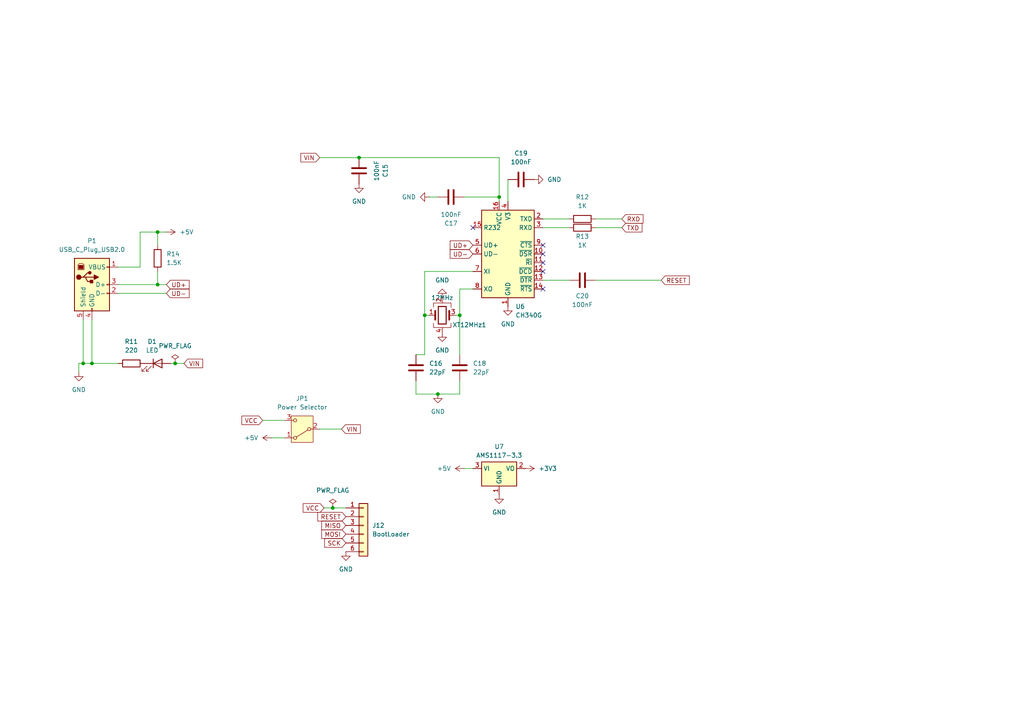
<source format=kicad_sch>
(kicad_sch (version 20231120) (generator "eeschema") (generator_version "8.0")
  (paper "A4")
  (title_block (title "FCU Mainboard schematics") (date "2024-03-05") (rev "1.0"))
  (lib_symbols
    (symbol "Connector:USB_B" (pin_names (offset 1.016))
      (property "Reference" "J" (at -5.08 11.43 0))
      (property "Value" "USB_B" (at -5.08 8.89 0))
      (symbol "USB_B_0_1"
        (rectangle (start -5.08 -7.62) (end 5.08 7.62) (stroke (width 0.254)) (fill (type background)))
        (circle (center -3.81 2.159) (radius 0.635) (stroke (width 0.254)) (fill (type outline)))
        (rectangle (start -3.81 5.588) (end -2.54 4.572) (fill (type outline)))
        (circle (center -0.635 3.429) (radius 0.381) (stroke (width 0.254)) (fill (type outline)))
        (rectangle (start -0.127 -7.62) (end 0.127 -6.858))
        (polyline (pts (xy -1.905 2.159) (xy 0.635 2.159)) (stroke (width 0.254)))
        (polyline (pts (xy -3.175 2.159) (xy -2.54 2.159) (xy -1.27 3.429) (xy -0.635 3.429)) (stroke (width 0.254)))
        (polyline (pts (xy -2.54 2.159) (xy -1.905 2.159) (xy -1.27 0.889) (xy 0 0.889)) (stroke (width 0.254)))
        (polyline (pts (xy 0.635 2.794) (xy 0.635 1.524) (xy 1.905 2.159) (xy 0.635 2.794)) (stroke (width 0.254)) (fill (type outline)))
        (polyline (pts (xy -4.064 4.318) (xy -2.286 4.318) (xy -2.286 5.715) (xy -2.667 6.096) (xy -3.683 6.096) (xy -4.064 5.715) (xy -4.064 4.318)))
        (rectangle (start 0.254 1.27) (end -0.508 0.508) (stroke (width 0.254)) (fill (type outline)))
        (rectangle (start 5.08 -2.667) (end 4.318 -2.413))
        (rectangle (start 5.08 -0.127) (end 4.318 0.127))
        (rectangle (start 5.08 4.953) (end 4.318 5.207))
      )
      (symbol "USB_B_1_1"
        (pin power_out line (at 7.62 5.08 180) (length 2.54) (name "VBUS") (number "1"))
        (pin bidirectional line (at 7.62 -2.54 180) (length 2.54) (name "D-") (number "2"))
        (pin bidirectional line (at 7.62 0 180) (length 2.54) (name "D+") (number "3"))
        (pin power_out line (at 0 -10.16 90) (length 2.54) (name "GND") (number "4"))
        (pin passive line (at -2.54 -10.16 90) (length 2.54) (name "Shield") (number "5"))
      )
    )
    (symbol "Connector_Generic:Conn_01x06" (pin_names (offset 1.016) hide)
      (property "Reference" "J" (at 0 7.62 0))
      (property "Value" "Conn_01x06" (at 0 -10.16 0))
      (symbol "Conn_01x06_1_1"
        (rectangle (start -1.27 -7.493) (end 0 -7.747) (stroke (width 0.1524)))
        (rectangle (start -1.27 -4.953) (end 0 -5.207) (stroke (width 0.1524)))
        (rectangle (start -1.27 -2.413) (end 0 -2.667) (stroke (width 0.1524)))
        (rectangle (start -1.27 0.127) (end 0 -0.127) (stroke (width 0.1524)))
        (rectangle (start -1.27 2.667) (end 0 2.413) (stroke (width 0.1524)))
        (rectangle (start -1.27 5.207) (end 0 4.953) (stroke (width 0.1524)))
        (rectangle (start -1.27 6.35) (end 1.27 -8.89) (stroke (width 0.254)) (fill (type background)))
        (pin passive line (at -5.08 5.08 0) (length 3.81) (name "Pin_1") (number "1"))
        (pin passive line (at -5.08 2.54 0) (length 3.81) (name "Pin_2") (number "2"))
        (pin passive line (at -5.08 0 0) (length 3.81) (name "Pin_3") (number "3"))
        (pin passive line (at -5.08 -2.54 0) (length 3.81) (name "Pin_4") (number "4"))
        (pin passive line (at -5.08 -5.08 0) (length 3.81) (name "Pin_5") (number "5"))
        (pin passive line (at -5.08 -7.62 0) (length 3.81) (name "Pin_6") (number "6"))
      )
    )
    (symbol "Device:C" (pin_numbers hide) (pin_names (offset 0.254))
      (property "Reference" "C" (at 0.635 2.54 0))
      (property "Value" "C" (at 0.635 -2.54 0))
      (symbol "C_0_1"
        (polyline (pts (xy -2.032 -0.762) (xy 2.032 -0.762)) (stroke (width 0.508)))
        (polyline (pts (xy -2.032 0.762) (xy 2.032 0.762)) (stroke (width 0.508)))
      )
      (symbol "C_1_1"
        (pin passive line (at 0 3.81 270) (length 2.794) (name "~") (number "1"))
        (pin passive line (at 0 -3.81 90) (length 2.794) (name "~") (number "2"))
      )
    )
    (symbol "Device:Crystal_GND24" (pin_names (offset 1.016) hide)
      (property "Reference" "Y" (at 3.175 5.08 0))
      (property "Value" "Crystal_GND24" (at 3.175 3.175 0))
      (symbol "Crystal_GND24_0_1"
        (rectangle (start -1.143 2.54) (end 1.143 -2.54) (stroke (width 0.3048)))
        (polyline (pts (xy -2.54 0) (xy -2.032 0)))
        (polyline (pts (xy -2.032 -1.27) (xy -2.032 1.27)) (stroke (width 0.508)))
        (polyline (pts (xy 0 -3.81) (xy 0 -3.556)))
        (polyline (pts (xy 0 3.556) (xy 0 3.81)))
        (polyline (pts (xy 2.032 -1.27) (xy 2.032 1.27)) (stroke (width 0.508)))
        (polyline (pts (xy 2.032 0) (xy 2.54 0)))
        (polyline (pts (xy -2.54 -2.286) (xy -2.54 -3.556) (xy 2.54 -3.556) (xy 2.54 -2.286)))
        (polyline (pts (xy -2.54 2.286) (xy -2.54 3.556) (xy 2.54 3.556) (xy 2.54 2.286)))
      )
      (symbol "Crystal_GND24_1_1"
        (pin passive line (at -3.81 0 0) (length 1.27) (name "1") (number "1"))
        (pin passive line (at 0 5.08 270) (length 1.27) (name "2") (number "2"))
        (pin passive line (at 3.81 0 180) (length 1.27) (name "3") (number "3"))
        (pin passive line (at 0 -5.08 90) (length 1.27) (name "4") (number "4"))
      )
    )
    (symbol "Device:LED" (pin_numbers hide) (pin_names (offset 1.016) hide)
      (property "Reference" "D" (at 0 2.54 0))
      (property "Value" "LED" (at 0 -2.54 0))
      (symbol "LED_0_1"
        (polyline (pts (xy -1.27 -1.27) (xy -1.27 1.27)) (stroke (width 0.254)))
        (polyline (pts (xy -1.27 0) (xy 1.27 0)))
        (polyline (pts (xy 1.27 -1.27) (xy 1.27 1.27) (xy -1.27 0) (xy 1.27 -1.27)) (stroke (width 0.254)))
        (polyline (pts (xy -3.048 -0.762) (xy -4.572 -2.286) (xy -3.81 -2.286) (xy -4.572 -2.286) (xy -4.572 -1.524)))
        (polyline (pts (xy -1.778 -0.762) (xy -3.302 -2.286) (xy -2.54 -2.286) (xy -3.302 -2.286) (xy -3.302 -1.524)))
      )
      (symbol "LED_1_1"
        (pin passive line (at -3.81 0 0) (length 2.54) (name "K") (number "1"))
        (pin passive line (at 3.81 0 180) (length 2.54) (name "A") (number "2"))
      )
    )
    (symbol "Device:R" (pin_numbers hide) (pin_names (offset 0))
      (property "Reference" "R" (at 2.032 0 90))
      (property "Value" "R" (at 0 0 90))
      (symbol "R_0_1"
        (rectangle (start -1.016 -2.54) (end 1.016 2.54) (stroke (width 0.254)))
      )
      (symbol "R_1_1"
        (pin passive line (at 0 3.81 270) (length 1.27) (name "~") (number "1"))
        (pin passive line (at 0 -3.81 90) (length 1.27) (name "~") (number "2"))
      )
    )
    (symbol "Interface_USB:CH340G"
      (property "Reference" "U" (at -5.08 13.97 0))
      (property "Value" "CH340G" (at 1.27 13.97 0))
      (symbol "CH340G_0_1"
        (rectangle (start -7.62 12.7) (end 7.62 -12.7) (stroke (width 0.254)) (fill (type background)))
      )
      (symbol "CH340G_1_1"
        (pin power_in line (at 0 -15.24 90) (length 2.54) (name "GND") (number "1"))
        (pin input line (at 10.16 0 180) (length 2.54) (name "~{DSR}") (number "10"))
        (pin input line (at 10.16 -2.54 180) (length 2.54) (name "~{RI}") (number "11"))
        (pin input line (at 10.16 -5.08 180) (length 2.54) (name "~{DCD}") (number "12"))
        (pin output line (at 10.16 -7.62 180) (length 2.54) (name "~{DTR}") (number "13"))
        (pin output line (at 10.16 -10.16 180) (length 2.54) (name "~{RTS}") (number "14"))
        (pin input line (at -10.16 7.62 0) (length 2.54) (name "R232") (number "15"))
        (pin power_in line (at -2.54 15.24 270) (length 2.54) (name "VCC") (number "16"))
        (pin output line (at 10.16 10.16 180) (length 2.54) (name "TXD") (number "2"))
        (pin input line (at 10.16 7.62 180) (length 2.54) (name "RXD") (number "3"))
        (pin power_out line (at 0 15.24 270) (length 2.54) (name "V3") (number "4"))
        (pin bidirectional line (at -10.16 2.54 0) (length 2.54) (name "UD+") (number "5"))
        (pin bidirectional line (at -10.16 0 0) (length 2.54) (name "UD-") (number "6"))
        (pin input line (at -10.16 -5.08 0) (length 2.54) (name "XI") (number "7"))
        (pin output line (at -10.16 -10.16 0) (length 2.54) (name "XO") (number "8"))
        (pin input line (at 10.16 2.54 180) (length 2.54) (name "~{CTS}") (number "9"))
      )
    )
    (symbol "Regulator_Linear:AMS1117-3.3"
      (property "Reference" "U" (at -3.81 3.175 0))
      (property "Value" "AMS1117-3.3" (at 0 3.175 0))
      (symbol "AMS1117-3.3_0_1"
        (rectangle (start -5.08 -5.08) (end 5.08 1.905) (stroke (width 0.254)) (fill (type background)))
      )
      (symbol "AMS1117-3.3_1_1"
        (pin power_in line (at 0 -7.62 90) (length 2.54) (name "GND") (number "1"))
        (pin power_out line (at 7.62 0 180) (length 2.54) (name "VO") (number "2"))
        (pin power_in line (at -7.62 0 0) (length 2.54) (name "VI") (number "3"))
      )
    )
    (symbol "Switch:SW_SPDT" (pin_names (offset 0) hide)
      (property "Reference" "SW" (at 0 5.08 0))
      (property "Value" "SW_SPDT" (at 0 -5.08 0))
      (symbol "SW_SPDT_0_1"
        (circle (center -2.032 0) (radius 0.4572))
        (polyline (pts (xy -1.651 0.254) (xy 1.651 2.286)))
        (circle (center 2.032 -2.54) (radius 0.4572))
        (circle (center 2.032 2.54) (radius 0.4572))
      )
      (symbol "SW_SPDT_1_1"
        (rectangle (start -3.175 3.81) (end 3.175 -3.81) (fill (type background)))
        (pin passive line (at 5.08 2.54 180) (length 2.54) (name "A") (number "1"))
        (pin passive line (at -5.08 0 0) (length 2.54) (name "B") (number "2"))
        (pin passive line (at 5.08 -2.54 180) (length 2.54) (name "C") (number "3"))
      )
    )
    (symbol "power:+3V3" (power) (pin_numbers hide) (pin_names (offset 0) hide)
      (property "Value" "+3V3" (at 0 3.556 0))
      (symbol "+3V3_0_1"
        (polyline (pts (xy -0.762 1.27) (xy 0 2.54)))
        (polyline (pts (xy 0 0) (xy 0 2.54)))
        (polyline (pts (xy 0 2.54) (xy 0.762 1.27)))
      )
      (symbol "+3V3_1_1"
        (pin power_in line (at 0 0 90) (length 0) (name "~") (number "1"))
      )
    )
    (symbol "power:+5V" (power) (pin_numbers hide) (pin_names (offset 0) hide)
      (property "Value" "+5V" (at 0 3.556 0))
      (symbol "+5V_0_1"
        (polyline (pts (xy -0.762 1.27) (xy 0 2.54)))
        (polyline (pts (xy 0 0) (xy 0 2.54)))
        (polyline (pts (xy 0 2.54) (xy 0.762 1.27)))
      )
      (symbol "+5V_1_1"
        (pin power_in line (at 0 0 90) (length 0) (name "~") (number "1"))
      )
    )
    (symbol "power:GND" (power) (pin_numbers hide) (pin_names (offset 0) hide)
      (property "Value" "GND" (at 0 -3.81 0))
      (symbol "GND_0_1"
        (polyline (pts (xy 0 0) (xy 0 -1.27) (xy 1.27 -1.27) (xy 0 -2.54) (xy -1.27 -1.27) (xy 0 -1.27)))
      )
      (symbol "GND_1_1"
        (pin power_in line (at 0 0 270) (length 0) (name "~") (number "1"))
      )
    )
    (symbol "power:PWR_FLAG" (power) (pin_numbers hide) (pin_names (offset 0) hide)
      (property "Value" "PWR_FLAG" (at 0 3.81 0))
      (symbol "PWR_FLAG_0_0"
        (pin power_out line (at 0 0 90) (length 0) (name "~") (number "1"))
      )
      (symbol "PWR_FLAG_0_1"
        (polyline (pts (xy 0 0) (xy 0 1.27) (xy -1.016 1.905) (xy 0 2.54) (xy 1.016 1.905) (xy 0 1.27)))
      )
    )
  )
  (junction (at 123.19 91.44))
  (junction (at 104.14 45.72))
  (junction (at 26.67 105.41))
  (junction (at 133.35 91.44))
  (junction (at 50.8 105.41))
  (junction (at 45.72 82.55))
  (junction (at 127 114.3))
  (junction (at 96.52 147.32))
  (junction (at 24.13 105.41))
  (junction (at 144.78 57.15))
  (junction (at 45.72 67.31))
  (no_connect (at 137.16 66.04))
  (no_connect (at 157.48 71.12))
  (no_connect (at 157.48 76.2))
  (no_connect (at 157.48 83.82))
  (no_connect (at 157.48 78.74))
  (no_connect (at 157.48 73.66))
  (wire (pts (xy 127 57.15) (xy 124.46 57.15)))
  (wire (pts (xy 96.52 147.32) (xy 100.33 147.32)))
  (wire (pts (xy 123.19 78.74) (xy 123.19 91.44)))
  (wire (pts (xy 157.48 63.5) (xy 165.1 63.5)))
  (wire (pts (xy 45.72 78.74) (xy 45.72 82.55)))
  (wire (pts (xy 133.35 83.82) (xy 133.35 91.44)))
  (wire (pts (xy 26.67 105.41) (xy 34.29 105.41)))
  (wire (pts (xy 132.08 91.44) (xy 133.35 91.44)))
  (wire (pts (xy 76.2 121.92) (xy 82.55 121.92)))
  (wire (pts (xy 24.13 105.41) (xy 26.67 105.41)))
  (wire (pts (xy 26.67 92.71) (xy 26.67 105.41)))
  (wire (pts (xy 45.72 67.31) (xy 48.26 67.31)))
  (wire (pts (xy 34.29 77.47) (xy 40.64 77.47)))
  (wire (pts (xy 147.32 52.07) (xy 147.32 58.42)))
  (wire (pts (xy 22.86 107.95) (xy 22.86 105.41)))
  (wire (pts (xy 120.65 114.3) (xy 120.65 110.49)))
  (wire (pts (xy 124.46 91.44) (xy 123.19 91.44)))
  (wire (pts (xy 134.62 57.15) (xy 144.78 57.15)))
  (wire (pts (xy 120.65 114.3) (xy 127 114.3)))
  (wire (pts (xy 104.14 45.72) (xy 144.78 45.72)))
  (wire (pts (xy 191.77 81.28) (xy 172.72 81.28)))
  (wire (pts (xy 45.72 82.55) (xy 34.29 82.55)))
  (wire (pts (xy 48.26 85.09) (xy 34.29 85.09)))
  (wire (pts (xy 24.13 105.41) (xy 22.86 105.41)))
  (wire (pts (xy 172.72 66.04) (xy 180.34 66.04)))
  (wire (pts (xy 40.64 67.31) (xy 45.72 67.31)))
  (wire (pts (xy 99.06 124.46) (xy 92.71 124.46)))
  (wire (pts (xy 50.8 105.41) (xy 49.53 105.41)))
  (wire (pts (xy 53.34 105.41) (xy 50.8 105.41)))
  (wire (pts (xy 24.13 105.41) (xy 24.13 92.71)))
  (wire (pts (xy 40.64 77.47) (xy 40.64 67.31)))
  (wire (pts (xy 133.35 91.44) (xy 133.35 102.87)))
  (wire (pts (xy 165.1 81.28) (xy 157.48 81.28)))
  (wire (pts (xy 144.78 57.15) (xy 144.78 58.42)))
  (wire (pts (xy 92.71 45.72) (xy 104.14 45.72)))
  (wire (pts (xy 48.26 82.55) (xy 45.72 82.55)))
  (wire (pts (xy 45.72 71.12) (xy 45.72 67.31)))
  (wire (pts (xy 137.16 78.74) (xy 123.19 78.74)))
  (wire (pts (xy 157.48 66.04) (xy 165.1 66.04)))
  (wire (pts (xy 172.72 63.5) (xy 180.34 63.5)))
  (wire (pts (xy 133.35 83.82) (xy 137.16 83.82)))
  (wire (pts (xy 78.74 127) (xy 82.55 127)))
  (wire (pts (xy 144.78 57.15) (xy 144.78 45.72)))
  (wire (pts (xy 123.19 91.44) (xy 123.19 102.87)))
  (wire (pts (xy 133.35 114.3) (xy 133.35 110.49)))
  (wire (pts (xy 134.62 135.89) (xy 137.16 135.89)))
  (wire (pts (xy 127 114.3) (xy 133.35 114.3)))
  (wire (pts (xy 93.98 147.32) (xy 96.52 147.32)))
  (wire (pts (xy 123.19 102.87) (xy 120.65 102.87)))
  (global_label "UD-" (shape input) (at 137.16 73.66 180) (property "Intersheetrefs" "${INTERSHEET_REFS}" (effects (hide yes))))
  (global_label "VIN" (shape input) (at 92.71 45.72 180) (property "Intersheetrefs" "${INTERSHEET_REFS}" (effects (hide yes))))
  (global_label "UD-" (shape input) (at 48.26 85.09 0) (property "Intersheetrefs" "${INTERSHEET_REFS}" (effects (hide yes))))
  (global_label "MISO" (shape input) (at 100.33 152.4 180) (property "Intersheetrefs" "${INTERSHEET_REFS}" (effects (hide yes))))
  (global_label "VCC" (shape input) (at 76.2 121.92 180) (property "Intersheetrefs" "${INTERSHEET_REFS}" (effects (hide yes))))
  (global_label "TXD" (shape input) (at 180.34 66.04 0) (property "Intersheetrefs" "${INTERSHEET_REFS}" (effects (hide yes))))
  (global_label "VCC" (shape input) (at 93.98 147.32 180) (property "Intersheetrefs" "${INTERSHEET_REFS}" (effects (hide yes))))
  (global_label "UD+" (shape input) (at 137.16 71.12 180) (property "Intersheetrefs" "${INTERSHEET_REFS}" (effects (hide yes))))
  (global_label "VIN" (shape input) (at 53.34 105.41 0) (property "Intersheetrefs" "${INTERSHEET_REFS}" (effects (hide yes))))
  (global_label "VIN" (shape input) (at 99.06 124.46 0) (property "Intersheetrefs" "${INTERSHEET_REFS}" (effects (hide yes))))
  (global_label "RESET" (shape input) (at 100.33 149.86 180) (property "Intersheetrefs" "${INTERSHEET_REFS}" (effects (hide yes))))
  (global_label "RXD" (shape input) (at 180.34 63.5 0) (property "Intersheetrefs" "${INTERSHEET_REFS}" (effects (hide yes))))
  (global_label "UD+" (shape input) (at 48.26 82.55 0) (property "Intersheetrefs" "${INTERSHEET_REFS}" (effects (hide yes))))
  (global_label "RESET" (shape input) (at 191.77 81.28 0) (property "Intersheetrefs" "${INTERSHEET_REFS}" (effects (hide yes))))
  (global_label "MOSI" (shape input) (at 100.33 154.94 180) (property "Intersheetrefs" "${INTERSHEET_REFS}" (effects (hide yes))))
  (global_label "SCK" (shape input) (at 100.33 157.48 180) (property "Intersheetrefs" "${INTERSHEET_REFS}" (effects (hide yes))))
  (symbol (lib_id "Device:C") (at 130.81 57.15 270) (unit 1)
    (property "Reference" "C17" (at 130.81 64.77 90))
    (property "Value" "100nF" (at 130.81 62.23 90))
    (property "Footprint" "Capacitor_SMD:C_1206_3216Metric_Pad1.33x1.80mm_HandSolder" (effects (hide yes)))
    (property "Description" "Unpolarized capacitor" (effects (hide yes)))
  )
  (symbol (lib_id "Device:LED") (at 45.72 105.41 0) (unit 1)
    (property "Reference" "D1" (at 44.1325 99.06 0))
    (property "Value" "LED" (at 44.1325 101.6 0))
    (property "Footprint" "LED_SMD:LED_1206_3216Metric_Pad1.42x1.75mm_HandSolder" (effects (hide yes)))
    (property "Description" "Light emitting diode" (effects (hide yes)))
  )
  (symbol (lib_id "Interface_USB:CH340G") (at 147.32 73.66 0) (unit 1)
    (property "Reference" "U6" (at 149.5141 88.9 0) (effects (justify left)))
    (property "Value" "CH340G" (at 149.5141 91.44 0) (effects (justify left)))
    (property "Footprint" "Package_SO:SOIC-16_3.9x9.9mm_P1.27mm" (effects (hide yes)))
    (property "Datasheet" "http://www.datasheet5.com/pdf-local-2195953" (effects (hide yes)))
    (property "Description" "USB serial converter, UART, SOIC-16" (effects (hide yes)))
  )
  (symbol (lib_id "power:GND") (at 128.27 96.52 0) (unit 1)
    (property "Reference" "#PWR058" (effects (hide yes)))
    (property "Value" "GND" (at 128.27 101.6 0))
    (property "Description" "Power symbol creates a global label with name \"GND\" , ground" (effects (hide yes)))
  )
  (symbol (lib_id "power:GND") (at 100.33 160.02 0) (unit 1)
    (property "Reference" "#PWR060" (effects (hide yes)))
    (property "Value" "GND" (at 100.33 165.1 0))
    (property "Description" "Power symbol creates a global label with name \"GND\" , ground" (effects (hide yes)))
  )
  (symbol (lib_id "power:+5V") (at 134.62 135.89 90) (unit 1)
    (property "Reference" "#PWR068" (effects (hide yes)))
    (property "Value" "+5V" (at 130.81 135.8899 90) (effects (justify left)))
    (property "Description" "Power symbol creates a global label with name \"+5V\"" (effects (hide yes)))
  )
  (symbol (lib_id "power:+3V3") (at 152.4 135.89 270) (unit 1)
    (property "Reference" "#PWR065" (effects (hide yes)))
    (property "Value" "+3V3" (at 156.21 135.8899 90) (effects (justify left)))
    (property "Description" "Power symbol creates a global label with name \"+3V3\"" (effects (hide yes)))
  )
  (symbol (lib_id "power:+5V") (at 48.26 67.31 270) (unit 1)
    (property "Reference" "#PWR066" (effects (hide yes)))
    (property "Value" "+5V" (at 52.07 67.3099 90) (effects (justify left)))
    (property "Description" "Power symbol creates a global label with name \"+5V\"" (effects (hide yes)))
  )
  (symbol (lib_id "Device:C") (at 151.13 52.07 90) (unit 1)
    (property "Reference" "C19" (at 151.13 44.45 90))
    (property "Value" "100nF" (at 151.13 46.99 90))
    (property "Footprint" "Capacitor_SMD:C_1206_3216Metric_Pad1.33x1.80mm_HandSolder" (effects (hide yes)))
    (property "Description" "Unpolarized capacitor" (effects (hide yes)))
  )
  (symbol (lib_id "Connector:USB_B") (at 26.67 82.55 0) (unit 1)
    (property "Reference" "P1" (at 26.67 69.85 0))
    (property "Value" "USB_C_Plug_USB2.0" (at 26.67 72.39 0))
    (property "Footprint" "Connector_USB:USB_B_OST_USB-B1HSxx_Horizontal" (effects (hide yes)))
    (property "Description" "USB Type B connector" (effects (hide yes)))
  )
  (symbol (lib_id "Device:R") (at 38.1 105.41 90) (unit 1)
    (property "Reference" "R11" (at 38.1 99.06 90))
    (property "Value" "220" (at 38.1 101.6 90))
    (property "Footprint" "Resistor_SMD:R_1206_3216Metric_Pad1.30x1.75mm_HandSolder" (effects (hide yes)))
    (property "Description" "Resistor" (effects (hide yes)))
  )
  (symbol (lib_id "power:GND") (at 104.14 53.34 0) (unit 1)
    (property "Reference" "#PWR062" (effects (hide yes)))
    (property "Value" "GND" (at 104.14 58.42 0))
    (property "Description" "Power symbol creates a global label with name \"GND\" , ground" (effects (hide yes)))
  )
  (symbol (lib_id "Device:C") (at 104.14 49.53 0) (unit 1)
    (property "Reference" "C15" (at 111.76 49.53 90))
    (property "Value" "100nF" (at 109.22 49.53 90))
    (property "Footprint" "Capacitor_SMD:C_1206_3216Metric_Pad1.33x1.80mm_HandSolder" (effects (hide yes)))
    (property "Description" "Unpolarized capacitor" (effects (hide yes)))
  )
  (symbol (lib_id "power:GND") (at 127 114.3 0) (unit 1)
    (property "Reference" "#PWR057" (effects (hide yes)))
    (property "Value" "GND" (at 127 119.38 0))
    (property "Description" "Power symbol creates a global label with name \"GND\" , ground" (effects (hide yes)))
  )
  (symbol (lib_id "power:GND") (at 22.86 107.95 0) (unit 1)
    (property "Reference" "#PWR061" (effects (hide yes)))
    (property "Value" "GND" (at 22.86 113.03 0))
    (property "Description" "Power symbol creates a global label with name \"GND\" , ground" (effects (hide yes)))
  )
  (symbol (lib_id "power:GND") (at 124.46 57.15 270) (unit 1)
    (property "Reference" "#PWR064" (effects (hide yes)))
    (property "Value" "GND" (at 120.65 57.1499 90) (effects (justify right)))
    (property "Description" "Power symbol creates a global label with name \"GND\" , ground" (effects (hide yes)))
  )
  (symbol (lib_id "power:GND") (at 147.32 88.9 0) (unit 1)
    (property "Reference" "#PWR056" (effects (hide yes)))
    (property "Value" "GND" (at 147.32 93.98 0))
    (property "Description" "Power symbol creates a global label with name \"GND\" , ground" (effects (hide yes)))
  )
  (symbol (lib_id "Connector_Generic:Conn_01x06") (at 105.41 152.4 0) (unit 1)
    (property "Reference" "J12" (at 107.95 152.3999 0) (effects (justify left)))
    (property "Value" "BootLoader" (at 107.95 154.9399 0) (effects (justify left)))
    (property "Footprint" "Connector_PinHeader_2.54mm:PinHeader_1x06_P2.54mm_Vertical" (effects (hide yes)))
    (property "Description" "Generic connector, single row, 01x06, script generated (kicad-library-utils/schlib/autogen/connector/)" (effects (hide yes)))
  )
  (symbol (lib_id "Device:R") (at 45.72 74.93 0) (unit 1)
    (property "Reference" "R14" (at 48.26 73.6599 0) (effects (justify left)))
    (property "Value" "1.5K" (at 48.26 76.1999 0) (effects (justify left)))
    (property "Footprint" "Resistor_SMD:R_1206_3216Metric_Pad1.30x1.75mm_HandSolder" (effects (hide yes)))
    (property "Description" "Resistor" (effects (hide yes)))
  )
  (symbol (lib_id "Device:C") (at 133.35 106.68 180) (unit 1)
    (property "Reference" "C18" (at 137.16 105.4099 0) (effects (justify right)))
    (property "Value" "22pF" (at 137.16 107.9499 0) (effects (justify right)))
    (property "Footprint" "Capacitor_SMD:C_1206_3216Metric_Pad1.33x1.80mm_HandSolder" (effects (hide yes)))
    (property "Description" "Unpolarized capacitor" (effects (hide yes)))
  )
  (symbol (lib_id "power:+5V") (at 78.74 127 90) (unit 1)
    (property "Reference" "#PWR067" (effects (hide yes)))
    (property "Value" "+5V" (at 74.93 126.9999 90) (effects (justify left)))
    (property "Description" "Power symbol creates a global label with name \"+5V\"" (effects (hide yes)))
  )
  (symbol (lib_id "Device:R") (at 168.91 66.04 270) (unit 1)
    (property "Reference" "R13" (at 168.91 68.58 90))
    (property "Value" "1K" (at 168.91 71.12 90))
    (property "Footprint" "Resistor_SMD:R_1206_3216Metric_Pad1.30x1.75mm_HandSolder" (effects (hide yes)))
    (property "Description" "Resistor" (effects (hide yes)))
  )
  (symbol (lib_id "Device:Crystal_GND24") (at 128.27 91.44 0) (unit 1)
    (property "Reference" "XT12MHz1" (at 136.144 94.234 0))
    (property "Value" "12MHz" (at 128.27 86.36 0))
    (property "Footprint" "Crystal:Crystal_SMD_EuroQuartz_MJ-4Pin_5.0x3.2mm_HandSoldering" (effects (hide yes)))
    (property "Description" "Four pin crystal, GND on pins 2 and 4" (effects (hide yes)))
  )
  (symbol (lib_id "power:GND") (at 144.78 143.51 0) (unit 1)
    (property "Reference" "#PWR050" (effects (hide yes)))
    (property "Value" "GND" (at 144.78 148.59 0))
    (property "Description" "Power symbol creates a global label with name \"GND\" , ground" (effects (hide yes)))
  )
  (symbol (lib_id "Device:R") (at 168.91 63.5 270) (unit 1)
    (property "Reference" "R12" (at 168.91 57.15 90))
    (property "Value" "1K" (at 168.91 59.69 90))
    (property "Footprint" "Resistor_SMD:R_1206_3216Metric_Pad1.30x1.75mm_HandSolder" (effects (hide yes)))
    (property "Description" "Resistor" (effects (hide yes)))
  )
  (symbol (lib_id "Regulator_Linear:AMS1117-3.3") (at 144.78 135.89 0) (unit 1)
    (property "Reference" "U7" (at 144.78 129.54 0))
    (property "Value" "AMS1117-3.3" (at 144.78 132.08 0))
    (property "Footprint" "Package_TO_SOT_SMD:SOT-223-3_TabPin2" (effects (hide yes)))
    (property "Datasheet" "http://www.advanced-monolithic.com/pdf/ds1117.pdf" (effects (hide yes)))
    (property "Description" "1A Low Dropout regulator, positive, 3.3V fixed output, SOT-223" (effects (hide yes)))
  )
  (symbol (lib_id "power:PWR_FLAG") (at 96.52 147.32 0) (unit 1)
    (property "Reference" "#FLG04" (effects (hide yes)))
    (property "Value" "PWR_FLAG" (at 96.52 142.24 0))
    (property "Description" "Special symbol for telling ERC where power comes from" (effects (hide yes)))
  )
  (symbol (lib_id "power:GND") (at 128.27 86.36 180) (unit 1)
    (property "Reference" "#PWR059" (effects (hide yes)))
    (property "Value" "GND" (at 128.27 81.28 0))
    (property "Description" "Power symbol creates a global label with name \"GND\" , ground" (effects (hide yes)))
  )
  (symbol (lib_id "Device:C") (at 168.91 81.28 90) (unit 1)
    (property "Reference" "C20" (at 168.91 85.852 90))
    (property "Value" "100nF" (at 168.91 88.392 90))
    (property "Footprint" "Capacitor_SMD:C_1206_3216Metric_Pad1.33x1.80mm_HandSolder" (effects (hide yes)))
    (property "Description" "Unpolarized capacitor" (effects (hide yes)))
  )
  (symbol (lib_id "Device:C") (at 120.65 106.68 180) (unit 1)
    (property "Reference" "C16" (at 124.46 105.4099 0) (effects (justify right)))
    (property "Value" "22pF" (at 124.46 107.9499 0) (effects (justify right)))
    (property "Footprint" "Capacitor_SMD:C_1206_3216Metric_Pad1.33x1.80mm_HandSolder" (effects (hide yes)))
    (property "Description" "Unpolarized capacitor" (effects (hide yes)))
  )
  (symbol (lib_id "power:GND") (at 154.94 52.07 90) (unit 1)
    (property "Reference" "#PWR063" (effects (hide yes)))
    (property "Value" "GND" (at 158.75 52.0699 90) (effects (justify right)))
    (property "Description" "Power symbol creates a global label with name \"GND\" , ground" (effects (hide yes)))
  )
  (symbol (lib_id "power:PWR_FLAG") (at 50.8 105.41 0) (unit 1)
    (property "Reference" "#FLG03" (effects (hide yes)))
    (property "Value" "PWR_FLAG" (at 50.8 100.33 0))
    (property "Description" "Special symbol for telling ERC where power comes from" (effects (hide yes)))
  )
  (symbol (lib_id "Switch:SW_SPDT") (at 87.63 124.46 180) (unit 1)
    (property "Reference" "JP1" (at 87.63 115.57 0))
    (property "Value" "Power Selector" (at 87.63 118.11 0))
    (property "Footprint" "PCM_SL_Devices:Slide_Switch_SPDT_P3mm_10x5x10mm" (effects (hide yes)))
    (property "Description" "Switch, single pole double throw" (effects (hide yes)))
  )
)
</source>
